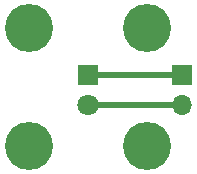
<source format=gbr>
G04 #@! TF.FileFunction,Copper,L2,Bot,Signal*
%FSLAX46Y46*%
G04 Gerber Fmt 4.6, Leading zero omitted, Abs format (unit mm)*
G04 Created by KiCad (PCBNEW 4.0.2-stable) date 6/16/2017 10:15:05 AM*
%MOMM*%
G01*
G04 APERTURE LIST*
%ADD10C,0.100000*%
%ADD11R,1.800000X1.800000*%
%ADD12C,1.800000*%
%ADD13R,1.700000X1.700000*%
%ADD14O,1.700000X1.700000*%
%ADD15C,4.064000*%
%ADD16C,0.500000*%
G04 APERTURE END LIST*
D10*
D11*
X142000000Y-110000000D03*
D12*
X142000000Y-112540000D03*
D13*
X150000000Y-110000000D03*
D14*
X150000000Y-112540000D03*
D15*
X137000000Y-116000000D03*
X137000000Y-106000000D03*
X147000000Y-116000000D03*
X147000000Y-106000000D03*
D16*
X142000000Y-110000000D02*
X150000000Y-110000000D01*
X142000000Y-112540000D02*
X150000000Y-112540000D01*
M02*

</source>
